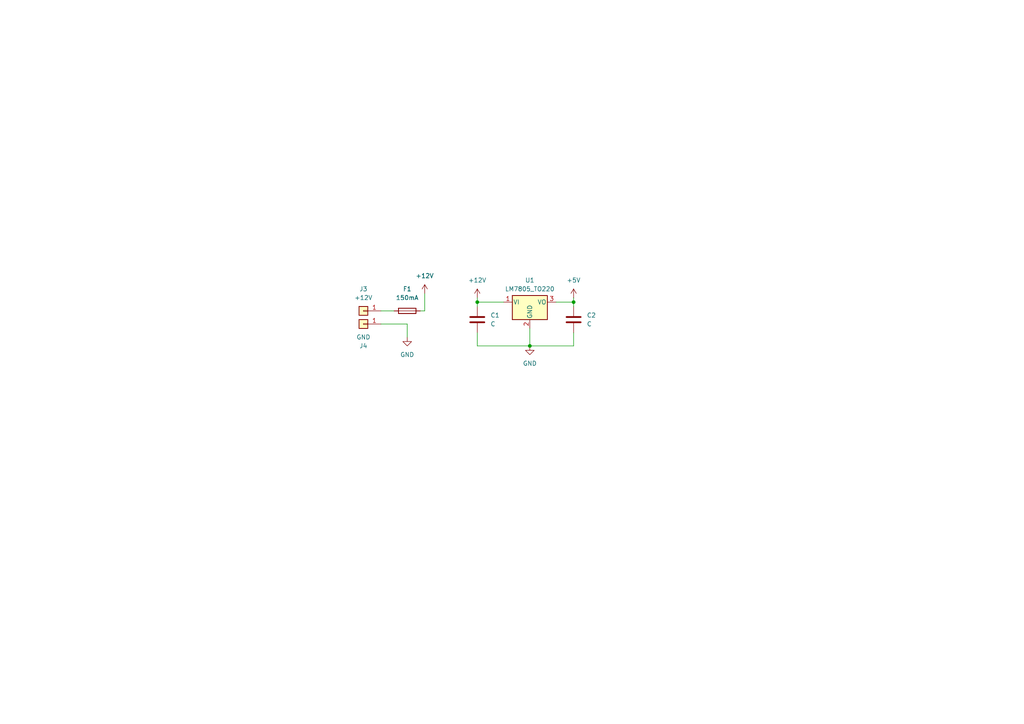
<source format=kicad_sch>
(kicad_sch (version 20231120) (generator "eeschema") (generator_version "8.0")
  (paper "A4")
  (lib_symbols
    (symbol "Connector_Generic:Conn_01x01" (pin_names (offset 1.016) hide)
      (property "Reference" "J" (at 0 2.54 0))
      (property "Value" "Conn_01x01" (at 0 -2.54 0))
      (symbol "Conn_01x01_1_1"
        (rectangle (start -1.27 0.127) (end 0 -0.127) (stroke (width 0.1524)))
        (rectangle (start -1.27 1.27) (end 1.27 -1.27) (stroke (width 0.254)) (fill (type background)))
        (pin passive line (at -5.08 0 0) (length 3.81) (name "Pin_1") (number "1"))
      )
    )
    (symbol "Device:C" (pin_numbers hide) (pin_names (offset 0.254))
      (property "Reference" "C" (at 0.635 2.54 0))
      (property "Value" "C" (at 0.635 -2.54 0))
      (symbol "C_0_1"
        (polyline (pts (xy -2.032 -0.762) (xy 2.032 -0.762)) (stroke (width 0.508)))
        (polyline (pts (xy -2.032 0.762) (xy 2.032 0.762)) (stroke (width 0.508)))
      )
      (symbol "C_1_1"
        (pin passive line (at 0 3.81 270) (length 2.794) (name "~") (number "1"))
        (pin passive line (at 0 -3.81 90) (length 2.794) (name "~") (number "2"))
      )
    )
    (symbol "Device:Fuse" (pin_numbers hide) (pin_names (offset 0))
      (property "Reference" "F" (at 2.032 0 90))
      (property "Value" "Fuse" (at -1.905 0 90))
      (symbol "Fuse_0_1"
        (rectangle (start -0.762 -2.54) (end 0.762 2.54) (stroke (width 0.254)))
        (polyline (pts (xy 0 2.54) (xy 0 -2.54)))
      )
      (symbol "Fuse_1_1"
        (pin passive line (at 0 3.81 270) (length 1.27) (name "~") (number "1"))
        (pin passive line (at 0 -3.81 90) (length 1.27) (name "~") (number "2"))
      )
    )
    (symbol "Regulator_Linear:LM7805_TO220" (pin_names (offset 0.254))
      (property "Reference" "U" (at -3.81 3.175 0))
      (property "Value" "LM7805_TO220" (at 0 3.175 0))
      (symbol "LM7805_TO220_0_1"
        (rectangle (start -5.08 1.905) (end 5.08 -5.08) (stroke (width 0.254)) (fill (type background)))
      )
      (symbol "LM7805_TO220_1_1"
        (pin power_in line (at -7.62 0 0) (length 2.54) (name "VI") (number "1"))
        (pin power_in line (at 0 -7.62 90) (length 2.54) (name "GND") (number "2"))
        (pin power_out line (at 7.62 0 180) (length 2.54) (name "VO") (number "3"))
      )
    )
    (symbol "power:+12V" (power) (pin_numbers hide) (pin_names (offset 0) hide)
      (property "Value" "+12V" (at 0 3.556 0))
      (symbol "+12V_0_1"
        (polyline (pts (xy -0.762 1.27) (xy 0 2.54)))
        (polyline (pts (xy 0 0) (xy 0 2.54)))
        (polyline (pts (xy 0 2.54) (xy 0.762 1.27)))
      )
      (symbol "+12V_1_1"
        (pin power_in line (at 0 0 90) (length 0) (name "~") (number "1"))
      )
    )
    (symbol "power:+5V" (power) (pin_numbers hide) (pin_names (offset 0) hide)
      (property "Value" "+5V" (at 0 3.556 0))
      (symbol "+5V_0_1"
        (polyline (pts (xy -0.762 1.27) (xy 0 2.54)))
        (polyline (pts (xy 0 0) (xy 0 2.54)))
        (polyline (pts (xy 0 2.54) (xy 0.762 1.27)))
      )
      (symbol "+5V_1_1"
        (pin power_in line (at 0 0 90) (length 0) (name "~") (number "1"))
      )
    )
    (symbol "power:GND" (power) (pin_numbers hide) (pin_names (offset 0) hide)
      (property "Value" "GND" (at 0 -3.81 0))
      (symbol "GND_0_1"
        (polyline (pts (xy 0 0) (xy 0 -1.27) (xy 1.27 -1.27) (xy 0 -2.54) (xy -1.27 -1.27) (xy 0 -1.27)))
      )
      (symbol "GND_1_1"
        (pin power_in line (at 0 0 270) (length 0) (name "~") (number "1"))
      )
    )
  )
  (junction (at 166.37 87.63))
  (junction (at 153.67 100.33))
  (junction (at 138.43 87.63))
  (wire (pts (xy 114.3 90.17) (xy 110.49 90.17)))
  (wire (pts (xy 153.67 100.33) (xy 166.37 100.33)))
  (wire (pts (xy 110.49 93.98) (xy 118.11 93.98)))
  (wire (pts (xy 166.37 96.52) (xy 166.37 100.33)))
  (wire (pts (xy 166.37 86.36) (xy 166.37 87.63)))
  (wire (pts (xy 123.19 90.17) (xy 123.19 85.09)))
  (wire (pts (xy 138.43 100.33) (xy 138.43 96.52)))
  (wire (pts (xy 138.43 88.9) (xy 138.43 87.63)))
  (wire (pts (xy 138.43 86.36) (xy 138.43 87.63)))
  (wire (pts (xy 138.43 100.33) (xy 153.67 100.33)))
  (wire (pts (xy 161.29 87.63) (xy 166.37 87.63)))
  (wire (pts (xy 121.92 90.17) (xy 123.19 90.17)))
  (wire (pts (xy 166.37 87.63) (xy 166.37 88.9)))
  (wire (pts (xy 153.67 95.25) (xy 153.67 100.33)))
  (wire (pts (xy 118.11 93.98) (xy 118.11 97.79)))
  (wire (pts (xy 138.43 87.63) (xy 146.05 87.63)))
  (symbol (lib_id "power:GND") (at 153.67 100.33 0) (unit 1)
    (property "Reference" "#PWR06" (effects (hide yes)))
    (property "Value" "GND" (at 153.67 105.41 0))
    (property "Description" "Power symbol creates a global label with name \"GND\" , ground" (effects (hide yes)))
  )
  (symbol (lib_id "Regulator_Linear:LM7805_TO220") (at 153.67 87.63 0) (unit 1)
    (property "Reference" "U1" (at 153.67 81.28 0))
    (property "Value" "LM7805_TO220" (at 153.67 83.82 0))
    (property "Footprint" "Package_TO_SOT_THT:TO-220-3_Vertical" (effects (hide yes)))
    (property "Datasheet" "https://www.onsemi.cn/PowerSolutions/document/MC7800-D.PDF" (effects (hide yes)))
    (property "Description" "Positive 1A 35V Linear Regulator, Fixed Output 5V, TO-220" (effects (hide yes)))
  )
  (symbol (lib_id "Device:Fuse") (at 118.11 90.17 90) (unit 1)
    (property "Reference" "F1" (at 118.11 83.82 90))
    (property "Value" "150mA" (at 118.11 86.36 90))
    (property "Footprint" "Fuse:Fuse_Blade_Mini_directSolder" (effects (hide yes)))
    (property "Description" "Fuse" (effects (hide yes)))
  )
  (symbol (lib_id "Device:C") (at 166.37 92.71 0) (unit 1)
    (property "Reference" "C2" (at 170.18 91.4399 0) (effects (justify left)))
    (property "Value" "C" (at 170.18 93.9799 0) (effects (justify left)))
    (property "Description" "Unpolarized capacitor" (effects (hide yes)))
  )
  (symbol (lib_id "power:+12V") (at 123.19 85.09 0) (mirror y) (unit 1)
    (property "Reference" "#PWR09" (effects (hide yes)))
    (property "Value" "+12V" (at 123.19 80.01 0))
    (property "Description" "Power symbol creates a global label with name \"+12V\"" (effects (hide yes)))
  )
  (symbol (lib_id "Device:C") (at 138.43 92.71 0) (unit 1)
    (property "Reference" "C1" (at 142.24 91.4399 0) (effects (justify left)))
    (property "Value" "C" (at 142.24 93.9799 0) (effects (justify left)))
    (property "Description" "Unpolarized capacitor" (effects (hide yes)))
  )
  (symbol (lib_id "power:+5V") (at 166.37 86.36 0) (unit 1)
    (property "Reference" "#PWR08" (effects (hide yes)))
    (property "Value" "+5V" (at 166.37 81.28 0))
    (property "Description" "Power symbol creates a global label with name \"+5V\"" (effects (hide yes)))
  )
  (symbol (lib_id "power:GND") (at 118.11 97.79 0) (mirror y) (unit 1)
    (property "Reference" "#PWR010" (effects (hide yes)))
    (property "Value" "GND" (at 118.11 102.87 0))
    (property "Description" "Power symbol creates a global label with name \"GND\" , ground" (effects (hide yes)))
  )
  (symbol (lib_id "Connector_Generic:Conn_01x01") (at 105.41 93.98 0) (mirror y) (unit 1)
    (property "Reference" "J4" (at 105.41 100.33 0))
    (property "Value" "GND" (at 105.41 97.79 0))
    (property "Footprint" "Connector_Wire:SolderWire-0.5sqmm_1x01_D0.9mm_OD2.3mm" (effects (hide yes)))
    (property "Description" "Generic connector, single row, 01x01, script generated (kicad-library-utils/schlib/autogen/connector/)" (effects (hide yes)))
  )
  (symbol (lib_id "Connector_Generic:Conn_01x01") (at 105.41 90.17 180) (unit 1)
    (property "Reference" "J3" (at 105.41 83.82 0))
    (property "Value" "+12V" (at 105.41 86.36 0))
    (property "Footprint" "Connector_Wire:SolderWire-0.5sqmm_1x01_D0.9mm_OD2.3mm" (effects (hide yes)))
    (property "Description" "Generic connector, single row, 01x01, script generated (kicad-library-utils/schlib/autogen/connector/)" (effects (hide yes)))
  )
  (symbol (lib_id "power:+12V") (at 138.43 86.36 0) (unit 1)
    (property "Reference" "#PWR07" (effects (hide yes)))
    (property "Value" "+12V" (at 138.43 81.28 0))
    (property "Description" "Power symbol creates a global label with name \"+12V\"" (effects (hide yes)))
  )
)
</source>
